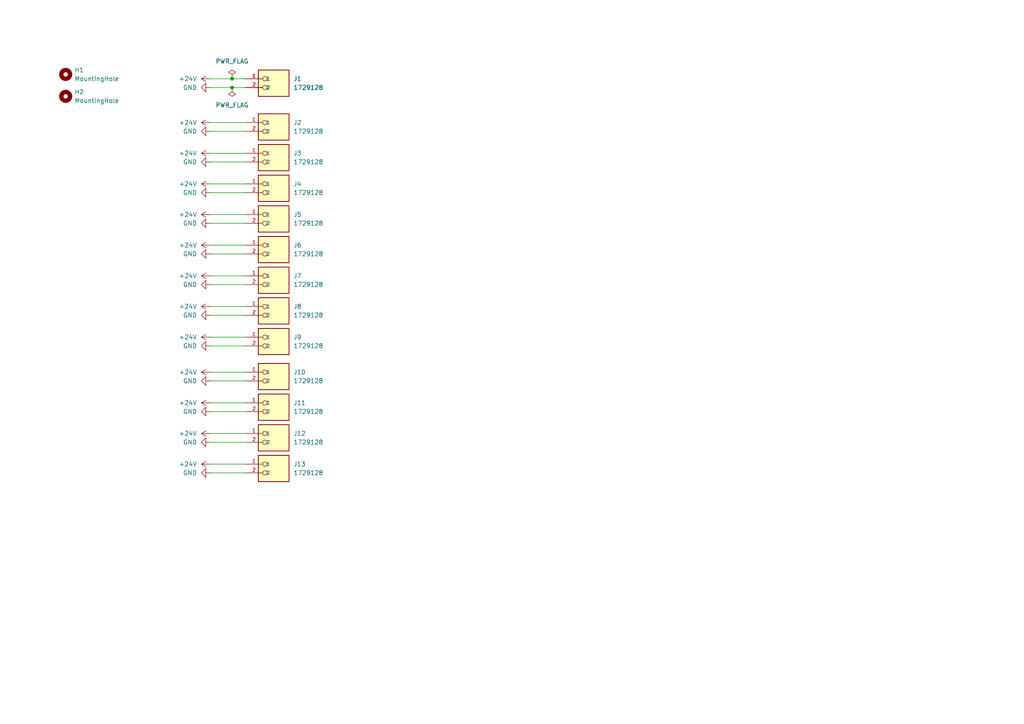
<source format=kicad_sch>
(kicad_sch (version 20250114) (generator "eeschema") (generator_version "9.0")
  (paper "A4")
  (lib_symbols
    (symbol "1729128:1729128" (pin_names (offset 1.016))
      (property "Reference" "J" (at -2.54 3.302 0))
      (property "Value" "1729128" (at -2.54 -7.62 0))
      (symbol "1729128_0_0"
        (rectangle (start -3.81 -5.08) (end 5.08 2.54) (stroke (width 0.254)) (fill (type background)))
        (circle (center -1.905 0) (radius 0.635) (stroke (width 0.1524)))
        (circle (center -1.905 -2.54) (radius 0.635) (stroke (width 0.1524)))
        (pin passive line (at -7.62 0 0) (length 5.08) (name "1") (number "1"))
        (pin passive line (at -7.62 -2.54 0) (length 5.08) (name "2") (number "2"))
      )
    )
    (symbol "Mechanical:MountingHole" (pin_names (offset 1.016)) (in_bom no)
      (property "Reference" "H" (at 0 5.08 0))
      (property "Value" "MountingHole" (at 0 3.175 0))
      (symbol "MountingHole_0_1"
        (circle (center 0 0) (radius 1.27) (stroke (width 1.27)))
      )
    )
    (symbol "power:+24V" (power) (pin_numbers (hide yes)) (pin_names (offset 0) (hide yes))
      (property "Value" "+24V" (at 0 3.556 0))
      (symbol "+24V_0_1"
        (polyline (pts (xy -0.762 1.27) (xy 0 2.54)))
        (polyline (pts (xy 0 2.54) (xy 0.762 1.27)))
        (polyline (pts (xy 0 0) (xy 0 2.54)))
      )
      (symbol "+24V_1_1"
        (pin power_in line (at 0 0 90) (length 0) (name "~") (number "1"))
      )
    )
    (symbol "power:GND" (power) (pin_numbers (hide yes)) (pin_names (offset 0) (hide yes))
      (property "Value" "GND" (at 0 -3.81 0))
      (symbol "GND_0_1"
        (polyline (pts (xy 0 0) (xy 0 -1.27) (xy 1.27 -1.27) (xy 0 -2.54) (xy -1.27 -1.27) (xy 0 -1.27)))
      )
      (symbol "GND_1_1"
        (pin power_in line (at 0 0 270) (length 0) (name "~") (number "1"))
      )
    )
    (symbol "power:PWR_FLAG" (power) (pin_numbers (hide yes)) (pin_names (offset 0) (hide yes))
      (property "Value" "PWR_FLAG" (at 0 3.81 0))
      (symbol "PWR_FLAG_0_0"
        (pin power_out line (at 0 0 90) (length 0) (name "~") (number "1"))
      )
      (symbol "PWR_FLAG_0_1"
        (polyline (pts (xy 0 0) (xy 0 1.27) (xy -1.016 1.905) (xy 0 2.54) (xy 1.016 1.905) (xy 0 1.27)))
      )
    )
  )
  (junction (at 67.31 25.4))
  (junction (at 67.31 22.86))
  (wire (pts (xy 60.96 80.01) (xy 71.12 80.01)))
  (wire (pts (xy 60.96 107.95) (xy 71.12 107.95)))
  (wire (pts (xy 60.96 82.55) (xy 71.12 82.55)))
  (wire (pts (xy 60.96 73.66) (xy 71.12 73.66)))
  (wire (pts (xy 60.96 53.34) (xy 71.12 53.34)))
  (wire (pts (xy 60.96 62.23) (xy 71.12 62.23)))
  (wire (pts (xy 60.96 35.56) (xy 71.12 35.56)))
  (wire (pts (xy 67.31 22.86) (xy 71.12 22.86)))
  (wire (pts (xy 60.96 134.62) (xy 71.12 134.62)))
  (wire (pts (xy 60.96 55.88) (xy 71.12 55.88)))
  (wire (pts (xy 60.96 137.16) (xy 71.12 137.16)))
  (wire (pts (xy 60.96 22.86) (xy 67.31 22.86)))
  (wire (pts (xy 60.96 71.12) (xy 71.12 71.12)))
  (wire (pts (xy 60.96 110.49) (xy 71.12 110.49)))
  (wire (pts (xy 60.96 119.38) (xy 71.12 119.38)))
  (wire (pts (xy 60.96 25.4) (xy 67.31 25.4)))
  (wire (pts (xy 60.96 91.44) (xy 71.12 91.44)))
  (wire (pts (xy 60.96 116.84) (xy 71.12 116.84)))
  (wire (pts (xy 60.96 125.73) (xy 71.12 125.73)))
  (wire (pts (xy 60.96 88.9) (xy 71.12 88.9)))
  (wire (pts (xy 60.96 100.33) (xy 71.12 100.33)))
  (wire (pts (xy 60.96 38.1) (xy 71.12 38.1)))
  (wire (pts (xy 60.96 44.45) (xy 71.12 44.45)))
  (wire (pts (xy 60.96 128.27) (xy 71.12 128.27)))
  (wire (pts (xy 67.31 25.4) (xy 71.12 25.4)))
  (wire (pts (xy 60.96 64.77) (xy 71.12 64.77)))
  (wire (pts (xy 60.96 46.99) (xy 71.12 46.99)))
  (wire (pts (xy 60.96 97.79) (xy 71.12 97.79)))
  (symbol (lib_id "Mechanical:MountingHole") (at 19.05 21.59 0) (unit 1) (in_bom no)
    (property "Reference" "H1" (at 21.59 20.3199 0) (effects (justify left)))
    (property "Value" "MountingHole" (at 21.59 22.8599 0) (effects (justify left)))
    (property "Footprint" "MountingHole:MountingHole_2.5mm" (effects (hide yes)))
    (property "Description" "Mounting Hole without connection" (effects (hide yes)))
  )
  (symbol (lib_id "1729128:1729128") (at 78.74 134.62 0) (unit 1)
    (property "Reference" "J13" (at 85.09 134.6199 0) (effects (justify left)))
    (property "Value" "1729128" (at 85.09 137.1599 0) (effects (justify left)))
    (property "Footprint" "1729128:PHOENIX_1729128" (effects (hide yes)))
    (property "Datasheet" "https://www.digikey.com/en/products/detail/phoenix-contact/1729128/260615?gclsrc=aw.ds&gad_source=1&gad_campaignid=20509824236&gbraid=0AAAAADrbLljpOyS5MWhTb0O68MiXsMYY5&gclid=CjwKCAiAs4HMBhBJEiwACrfNZeAgSHKYa8Jup02M46M_CXaSbc5gWn3rTZxkL_hCl4RavzfX6t7F5hoCBRwQAvD_BwE" (effects (hide yes)))
    (property "PARTREV" "28.07.2023" (effects (hide yes)))
    (property "MANUFACTURER" "Phoenix Contact" (effects (hide yes)))
    (property "MAXIMUM_PACKAGE_HEIGHT" "10.15mm" (effects (hide yes)))
    (property "STANDARD" "Manufacturer Recommendations" (effects (hide yes)))
  )
  (symbol (lib_id "power:GND") (at 60.96 82.55 270) (unit 1)
    (property "Reference" "#PWR014" (effects (hide yes)))
    (property "Value" "GND" (at 57.15 82.5499 90) (effects (justify right)))
    (property "Description" "Power symbol creates a global label with name \"GND\" , ground" (effects (hide yes)))
  )
  (symbol (lib_id "power:+24V") (at 60.96 107.95 90) (unit 1)
    (property "Reference" "#PWR019" (effects (hide yes)))
    (property "Value" "+24V" (at 57.15 107.9499 90) (effects (justify left)))
    (property "Description" "Power symbol creates a global label with name \"+24V\"" (effects (hide yes)))
  )
  (symbol (lib_id "power:+24V") (at 60.96 53.34 90) (unit 1)
    (property "Reference" "#PWR07" (effects (hide yes)))
    (property "Value" "+24V" (at 57.15 53.3399 90) (effects (justify left)))
    (property "Description" "Power symbol creates a global label with name \"+24V\"" (effects (hide yes)))
  )
  (symbol (lib_id "power:+24V") (at 60.96 125.73 90) (unit 1)
    (property "Reference" "#PWR023" (effects (hide yes)))
    (property "Value" "+24V" (at 57.15 125.7299 90) (effects (justify left)))
    (property "Description" "Power symbol creates a global label with name \"+24V\"" (effects (hide yes)))
  )
  (symbol (lib_id "power:PWR_FLAG") (at 67.31 22.86 0) (unit 1)
    (property "Reference" "#FLG02" (effects (hide yes)))
    (property "Value" "PWR_FLAG" (at 67.31 17.78 0))
    (property "Description" "Special symbol for telling ERC where power comes from" (effects (hide yes)))
  )
  (symbol (lib_id "power:GND") (at 60.96 25.4 270) (unit 1)
    (property "Reference" "#PWR02" (effects (hide yes)))
    (property "Value" "GND" (at 57.15 25.3999 90) (effects (justify right)))
    (property "Description" "Power symbol creates a global label with name \"GND\" , ground" (effects (hide yes)))
  )
  (symbol (lib_id "power:+24V") (at 60.96 35.56 90) (unit 1)
    (property "Reference" "#PWR03" (effects (hide yes)))
    (property "Value" "+24V" (at 57.15 35.5599 90) (effects (justify left)))
    (property "Description" "Power symbol creates a global label with name \"+24V\"" (effects (hide yes)))
  )
  (symbol (lib_id "power:+24V") (at 60.96 116.84 90) (unit 1)
    (property "Reference" "#PWR021" (effects (hide yes)))
    (property "Value" "+24V" (at 57.15 116.8399 90) (effects (justify left)))
    (property "Description" "Power symbol creates a global label with name \"+24V\"" (effects (hide yes)))
  )
  (symbol (lib_id "1729128:1729128") (at 78.74 88.9 0) (unit 1)
    (property "Reference" "J8" (at 85.09 88.8999 0) (effects (justify left)))
    (property "Value" "1729128" (at 85.09 91.4399 0) (effects (justify left)))
    (property "Footprint" "1729128:PHOENIX_1729128" (effects (hide yes)))
    (property "Datasheet" "https://www.digikey.com/en/products/detail/phoenix-contact/1729128/260615?gclsrc=aw.ds&gad_source=1&gad_campaignid=20509824236&gbraid=0AAAAADrbLljpOyS5MWhTb0O68MiXsMYY5&gclid=CjwKCAiAs4HMBhBJEiwACrfNZeAgSHKYa8Jup02M46M_CXaSbc5gWn3rTZxkL_hCl4RavzfX6t7F5hoCBRwQAvD_BwE" (effects (hide yes)))
    (property "PARTREV" "28.07.2023" (effects (hide yes)))
    (property "MANUFACTURER" "Phoenix Contact" (effects (hide yes)))
    (property "MAXIMUM_PACKAGE_HEIGHT" "10.15mm" (effects (hide yes)))
    (property "STANDARD" "Manufacturer Recommendations" (effects (hide yes)))
  )
  (symbol (lib_id "power:GND") (at 60.96 46.99 270) (unit 1)
    (property "Reference" "#PWR06" (effects (hide yes)))
    (property "Value" "GND" (at 57.15 46.9899 90) (effects (justify right)))
    (property "Description" "Power symbol creates a global label with name \"GND\" , ground" (effects (hide yes)))
  )
  (symbol (lib_id "power:+24V") (at 60.96 22.86 90) (unit 1)
    (property "Reference" "#PWR01" (effects (hide yes)))
    (property "Value" "+24V" (at 57.15 22.8599 90) (effects (justify left)))
    (property "Description" "Power symbol creates a global label with name \"+24V\"" (effects (hide yes)))
  )
  (symbol (lib_id "power:GND") (at 60.96 38.1 270) (unit 1)
    (property "Reference" "#PWR04" (effects (hide yes)))
    (property "Value" "GND" (at 57.15 38.0999 90) (effects (justify right)))
    (property "Description" "Power symbol creates a global label with name \"GND\" , ground" (effects (hide yes)))
  )
  (symbol (lib_id "power:GND") (at 60.96 110.49 270) (unit 1)
    (property "Reference" "#PWR020" (effects (hide yes)))
    (property "Value" "GND" (at 57.15 110.4899 90) (effects (justify right)))
    (property "Description" "Power symbol creates a global label with name \"GND\" , ground" (effects (hide yes)))
  )
  (symbol (lib_id "1729128:1729128") (at 78.74 35.56 0) (unit 1)
    (property "Reference" "J2" (at 85.09 35.5599 0) (effects (justify left)))
    (property "Value" "1729128" (at 85.09 38.0999 0) (effects (justify left)))
    (property "Footprint" "1729128:PHOENIX_1729128" (effects (hide yes)))
    (property "Datasheet" "https://www.digikey.com/en/products/detail/phoenix-contact/1729128/260615?gclsrc=aw.ds&gad_source=1&gad_campaignid=20509824236&gbraid=0AAAAADrbLljpOyS5MWhTb0O68MiXsMYY5&gclid=CjwKCAiAs4HMBhBJEiwACrfNZeAgSHKYa8Jup02M46M_CXaSbc5gWn3rTZxkL_hCl4RavzfX6t7F5hoCBRwQAvD_BwE" (effects (hide yes)))
    (property "PARTREV" "28.07.2023" (effects (hide yes)))
    (property "MANUFACTURER" "Phoenix Contact" (effects (hide yes)))
    (property "MAXIMUM_PACKAGE_HEIGHT" "10.15mm" (effects (hide yes)))
    (property "STANDARD" "Manufacturer Recommendations" (effects (hide yes)))
  )
  (symbol (lib_id "power:GND") (at 60.96 119.38 270) (unit 1)
    (property "Reference" "#PWR022" (effects (hide yes)))
    (property "Value" "GND" (at 57.15 119.3799 90) (effects (justify right)))
    (property "Description" "Power symbol creates a global label with name \"GND\" , ground" (effects (hide yes)))
  )
  (symbol (lib_id "power:+24V") (at 60.96 134.62 90) (unit 1)
    (property "Reference" "#PWR025" (effects (hide yes)))
    (property "Value" "+24V" (at 57.15 134.6199 90) (effects (justify left)))
    (property "Description" "Power symbol creates a global label with name \"+24V\"" (effects (hide yes)))
  )
  (symbol (lib_id "1729128:1729128") (at 78.74 97.79 0) (unit 1)
    (property "Reference" "J9" (at 85.09 97.7899 0) (effects (justify left)))
    (property "Value" "1729128" (at 85.09 100.3299 0) (effects (justify left)))
    (property "Footprint" "1729128:PHOENIX_1729128" (effects (hide yes)))
    (property "Datasheet" "https://www.digikey.com/en/products/detail/phoenix-contact/1729128/260615?gclsrc=aw.ds&gad_source=1&gad_campaignid=20509824236&gbraid=0AAAAADrbLljpOyS5MWhTb0O68MiXsMYY5&gclid=CjwKCAiAs4HMBhBJEiwACrfNZeAgSHKYa8Jup02M46M_CXaSbc5gWn3rTZxkL_hCl4RavzfX6t7F5hoCBRwQAvD_BwE" (effects (hide yes)))
    (property "PARTREV" "28.07.2023" (effects (hide yes)))
    (property "MANUFACTURER" "Phoenix Contact" (effects (hide yes)))
    (property "MAXIMUM_PACKAGE_HEIGHT" "10.15mm" (effects (hide yes)))
    (property "STANDARD" "Manufacturer Recommendations" (effects (hide yes)))
  )
  (symbol (lib_id "Mechanical:MountingHole") (at 19.05 27.94 0) (unit 1) (in_bom no)
    (property "Reference" "H2" (at 21.59 26.6699 0) (effects (justify left)))
    (property "Value" "MountingHole" (at 21.59 29.2099 0) (effects (justify left)))
    (property "Footprint" "MountingHole:MountingHole_2.5mm" (effects (hide yes)))
    (property "Description" "Mounting Hole without connection" (effects (hide yes)))
  )
  (symbol (lib_id "power:+24V") (at 60.96 80.01 90) (unit 1)
    (property "Reference" "#PWR013" (effects (hide yes)))
    (property "Value" "+24V" (at 57.15 80.0099 90) (effects (justify left)))
    (property "Description" "Power symbol creates a global label with name \"+24V\"" (effects (hide yes)))
  )
  (symbol (lib_id "power:PWR_FLAG") (at 67.31 25.4 180) (unit 1)
    (property "Reference" "#FLG01" (effects (hide yes)))
    (property "Value" "PWR_FLAG" (at 67.31 30.48 0))
    (property "Description" "Special symbol for telling ERC where power comes from" (effects (hide yes)))
  )
  (symbol (lib_id "power:+24V") (at 60.96 44.45 90) (unit 1)
    (property "Reference" "#PWR05" (effects (hide yes)))
    (property "Value" "+24V" (at 57.15 44.4499 90) (effects (justify left)))
    (property "Description" "Power symbol creates a global label with name \"+24V\"" (effects (hide yes)))
  )
  (symbol (lib_id "power:GND") (at 60.96 100.33 270) (unit 1)
    (property "Reference" "#PWR018" (effects (hide yes)))
    (property "Value" "GND" (at 57.15 100.3299 90) (effects (justify right)))
    (property "Description" "Power symbol creates a global label with name \"GND\" , ground" (effects (hide yes)))
  )
  (symbol (lib_id "power:GND") (at 60.96 64.77 270) (unit 1)
    (property "Reference" "#PWR010" (effects (hide yes)))
    (property "Value" "GND" (at 57.15 64.7699 90) (effects (justify right)))
    (property "Description" "Power symbol creates a global label with name \"GND\" , ground" (effects (hide yes)))
  )
  (symbol (lib_id "1729128:1729128") (at 78.74 107.95 0) (unit 1)
    (property "Reference" "J10" (at 85.09 107.9499 0) (effects (justify left)))
    (property "Value" "1729128" (at 85.09 110.4899 0) (effects (justify left)))
    (property "Footprint" "1729128:PHOENIX_1729128" (effects (hide yes)))
    (property "Datasheet" "https://www.digikey.com/en/products/detail/phoenix-contact/1729128/260615?gclsrc=aw.ds&gad_source=1&gad_campaignid=20509824236&gbraid=0AAAAADrbLljpOyS5MWhTb0O68MiXsMYY5&gclid=CjwKCAiAs4HMBhBJEiwACrfNZeAgSHKYa8Jup02M46M_CXaSbc5gWn3rTZxkL_hCl4RavzfX6t7F5hoCBRwQAvD_BwE" (effects (hide yes)))
    (property "PARTREV" "28.07.2023" (effects (hide yes)))
    (property "MANUFACTURER" "Phoenix Contact" (effects (hide yes)))
    (property "MAXIMUM_PACKAGE_HEIGHT" "10.15mm" (effects (hide yes)))
    (property "STANDARD" "Manufacturer Recommendations" (effects (hide yes)))
  )
  (symbol (lib_id "1729128:1729128") (at 78.74 80.01 0) (unit 1)
    (property "Reference" "J7" (at 85.09 80.0099 0) (effects (justify left)))
    (property "Value" "1729128" (at 85.09 82.5499 0) (effects (justify left)))
    (property "Footprint" "1729128:PHOENIX_1729128" (effects (hide yes)))
    (property "Datasheet" "https://www.digikey.com/en/products/detail/phoenix-contact/1729128/260615?gclsrc=aw.ds&gad_source=1&gad_campaignid=20509824236&gbraid=0AAAAADrbLljpOyS5MWhTb0O68MiXsMYY5&gclid=CjwKCAiAs4HMBhBJEiwACrfNZeAgSHKYa8Jup02M46M_CXaSbc5gWn3rTZxkL_hCl4RavzfX6t7F5hoCBRwQAvD_BwE" (effects (hide yes)))
    (property "PARTREV" "28.07.2023" (effects (hide yes)))
    (property "MANUFACTURER" "Phoenix Contact" (effects (hide yes)))
    (property "MAXIMUM_PACKAGE_HEIGHT" "10.15mm" (effects (hide yes)))
    (property "STANDARD" "Manufacturer Recommendations" (effects (hide yes)))
  )
  (symbol (lib_id "power:+24V") (at 60.96 88.9 90) (unit 1)
    (property "Reference" "#PWR015" (effects (hide yes)))
    (property "Value" "+24V" (at 57.15 88.8999 90) (effects (justify left)))
    (property "Description" "Power symbol creates a global label with name \"+24V\"" (effects (hide yes)))
  )
  (symbol (lib_id "1729128:1729128") (at 78.74 71.12 0) (unit 1)
    (property "Reference" "J6" (at 85.09 71.1199 0) (effects (justify left)))
    (property "Value" "1729128" (at 85.09 73.6599 0) (effects (justify left)))
    (property "Footprint" "1729128:PHOENIX_1729128" (effects (hide yes)))
    (property "Datasheet" "https://www.digikey.com/en/products/detail/phoenix-contact/1729128/260615?gclsrc=aw.ds&gad_source=1&gad_campaignid=20509824236&gbraid=0AAAAADrbLljpOyS5MWhTb0O68MiXsMYY5&gclid=CjwKCAiAs4HMBhBJEiwACrfNZeAgSHKYa8Jup02M46M_CXaSbc5gWn3rTZxkL_hCl4RavzfX6t7F5hoCBRwQAvD_BwE" (effects (hide yes)))
    (property "PARTREV" "28.07.2023" (effects (hide yes)))
    (property "MANUFACTURER" "Phoenix Contact" (effects (hide yes)))
    (property "MAXIMUM_PACKAGE_HEIGHT" "10.15mm" (effects (hide yes)))
    (property "STANDARD" "Manufacturer Recommendations" (effects (hide yes)))
  )
  (symbol (lib_id "1729128:1729128") (at 78.74 22.86 0) (unit 1)
    (property "Reference" "J1" (at 85.09 22.8599 0) (effects (justify left)))
    (property "Value" "1729128" (at 85.09 25.3999 0) (effects (justify left)))
    (property "Footprint" "1729128:PHOENIX_1729128" (effects (hide yes)))
    (property "Datasheet" "https://www.digikey.com/en/products/detail/phoenix-contact/1729128/260615?gclsrc=aw.ds&gad_source=1&gad_campaignid=20509824236&gbraid=0AAAAADrbLljpOyS5MWhTb0O68MiXsMYY5&gclid=CjwKCAiAs4HMBhBJEiwACrfNZeAgSHKYa8Jup02M46M_CXaSbc5gWn3rTZxkL_hCl4RavzfX6t7F5hoCBRwQAvD_BwE" (effects (hide yes)))
    (property "PARTREV" "28.07.2023" (effects (hide yes)))
    (property "MANUFACTURER" "Phoenix Contact" (effects (hide yes)))
    (property "MAXIMUM_PACKAGE_HEIGHT" "10.15mm" (effects (hide yes)))
    (property "STANDARD" "Manufacturer Recommendations" (effects (hide yes)))
  )
  (symbol (lib_id "1729128:1729128") (at 78.74 125.73 0) (unit 1)
    (property "Reference" "J12" (at 85.09 125.7299 0) (effects (justify left)))
    (property "Value" "1729128" (at 85.09 128.2699 0) (effects (justify left)))
    (property "Footprint" "1729128:PHOENIX_1729128" (effects (hide yes)))
    (property "Datasheet" "https://www.digikey.com/en/products/detail/phoenix-contact/1729128/260615?gclsrc=aw.ds&gad_source=1&gad_campaignid=20509824236&gbraid=0AAAAADrbLljpOyS5MWhTb0O68MiXsMYY5&gclid=CjwKCAiAs4HMBhBJEiwACrfNZeAgSHKYa8Jup02M46M_CXaSbc5gWn3rTZxkL_hCl4RavzfX6t7F5hoCBRwQAvD_BwE" (effects (hide yes)))
    (property "PARTREV" "28.07.2023" (effects (hide yes)))
    (property "MANUFACTURER" "Phoenix Contact" (effects (hide yes)))
    (property "MAXIMUM_PACKAGE_HEIGHT" "10.15mm" (effects (hide yes)))
    (property "STANDARD" "Manufacturer Recommendations" (effects (hide yes)))
  )
  (symbol (lib_id "power:GND") (at 60.96 55.88 270) (unit 1)
    (property "Reference" "#PWR08" (effects (hide yes)))
    (property "Value" "GND" (at 57.15 55.8799 90) (effects (justify right)))
    (property "Description" "Power symbol creates a global label with name \"GND\" , ground" (effects (hide yes)))
  )
  (symbol (lib_id "power:GND") (at 60.96 73.66 270) (unit 1)
    (property "Reference" "#PWR012" (effects (hide yes)))
    (property "Value" "GND" (at 57.15 73.6599 90) (effects (justify right)))
    (property "Description" "Power symbol creates a global label with name \"GND\" , ground" (effects (hide yes)))
  )
  (symbol (lib_id "1729128:1729128") (at 78.74 44.45 0) (unit 1)
    (property "Reference" "J3" (at 85.09 44.4499 0) (effects (justify left)))
    (property "Value" "1729128" (at 85.09 46.9899 0) (effects (justify left)))
    (property "Footprint" "1729128:PHOENIX_1729128" (effects (hide yes)))
    (property "Datasheet" "https://www.digikey.com/en/products/detail/phoenix-contact/1729128/260615?gclsrc=aw.ds&gad_source=1&gad_campaignid=20509824236&gbraid=0AAAAADrbLljpOyS5MWhTb0O68MiXsMYY5&gclid=CjwKCAiAs4HMBhBJEiwACrfNZeAgSHKYa8Jup02M46M_CXaSbc5gWn3rTZxkL_hCl4RavzfX6t7F5hoCBRwQAvD_BwE" (effects (hide yes)))
    (property "PARTREV" "28.07.2023" (effects (hide yes)))
    (property "MANUFACTURER" "Phoenix Contact" (effects (hide yes)))
    (property "MAXIMUM_PACKAGE_HEIGHT" "10.15mm" (effects (hide yes)))
    (property "STANDARD" "Manufacturer Recommendations" (effects (hide yes)))
  )
  (symbol (lib_id "1729128:1729128") (at 78.74 62.23 0) (unit 1)
    (property "Reference" "J5" (at 85.09 62.2299 0) (effects (justify left)))
    (property "Value" "1729128" (at 85.09 64.7699 0) (effects (justify left)))
    (property "Footprint" "1729128:PHOENIX_1729128" (effects (hide yes)))
    (property "Datasheet" "https://www.digikey.com/en/products/detail/phoenix-contact/1729128/260615?gclsrc=aw.ds&gad_source=1&gad_campaignid=20509824236&gbraid=0AAAAADrbLljpOyS5MWhTb0O68MiXsMYY5&gclid=CjwKCAiAs4HMBhBJEiwACrfNZeAgSHKYa8Jup02M46M_CXaSbc5gWn3rTZxkL_hCl4RavzfX6t7F5hoCBRwQAvD_BwE" (effects (hide yes)))
    (property "PARTREV" "28.07.2023" (effects (hide yes)))
    (property "MANUFACTURER" "Phoenix Contact" (effects (hide yes)))
    (property "MAXIMUM_PACKAGE_HEIGHT" "10.15mm" (effects (hide yes)))
    (property "STANDARD" "Manufacturer Recommendations" (effects (hide yes)))
  )
  (symbol (lib_id "power:GND") (at 60.96 137.16 270) (unit 1)
    (property "Reference" "#PWR026" (effects (hide yes)))
    (property "Value" "GND" (at 57.15 137.1599 90) (effects (justify right)))
    (property "Description" "Power symbol creates a global label with name \"GND\" , ground" (effects (hide yes)))
  )
  (symbol (lib_id "power:+24V") (at 60.96 97.79 90) (unit 1)
    (property "Reference" "#PWR017" (effects (hide yes)))
    (property "Value" "+24V" (at 57.15 97.7899 90) (effects (justify left)))
    (property "Description" "Power symbol creates a global label with name \"+24V\"" (effects (hide yes)))
  )
  (symbol (lib_id "1729128:1729128") (at 78.74 53.34 0) (unit 1)
    (property "Reference" "J4" (at 85.09 53.3399 0) (effects (justify left)))
    (property "Value" "1729128" (at 85.09 55.8799 0) (effects (justify left)))
    (property "Footprint" "1729128:PHOENIX_1729128" (effects (hide yes)))
    (property "Datasheet" "https://www.digikey.com/en/products/detail/phoenix-contact/1729128/260615?gclsrc=aw.ds&gad_source=1&gad_campaignid=20509824236&gbraid=0AAAAADrbLljpOyS5MWhTb0O68MiXsMYY5&gclid=CjwKCAiAs4HMBhBJEiwACrfNZeAgSHKYa8Jup02M46M_CXaSbc5gWn3rTZxkL_hCl4RavzfX6t7F5hoCBRwQAvD_BwE" (effects (hide yes)))
    (property "PARTREV" "28.07.2023" (effects (hide yes)))
    (property "MANUFACTURER" "Phoenix Contact" (effects (hide yes)))
    (property "MAXIMUM_PACKAGE_HEIGHT" "10.15mm" (effects (hide yes)))
    (property "STANDARD" "Manufacturer Recommendations" (effects (hide yes)))
  )
  (symbol (lib_id "power:GND") (at 60.96 128.27 270) (unit 1)
    (property "Reference" "#PWR024" (effects (hide yes)))
    (property "Value" "GND" (at 57.15 128.2699 90) (effects (justify right)))
    (property "Description" "Power symbol creates a global label with name \"GND\" , ground" (effects (hide yes)))
  )
  (symbol (lib_id "power:+24V") (at 60.96 62.23 90) (unit 1)
    (property "Reference" "#PWR09" (effects (hide yes)))
    (property "Value" "+24V" (at 57.15 62.2299 90) (effects (justify left)))
    (property "Description" "Power symbol creates a global label with name \"+24V\"" (effects (hide yes)))
  )
  (symbol (lib_id "1729128:1729128") (at 78.74 116.84 0) (unit 1)
    (property "Reference" "J11" (at 85.09 116.8399 0) (effects (justify left)))
    (property "Value" "1729128" (at 85.09 119.3799 0) (effects (justify left)))
    (property "Footprint" "1729128:PHOENIX_1729128" (effects (hide yes)))
    (property "Datasheet" "https://www.digikey.com/en/products/detail/phoenix-contact/1729128/260615?gclsrc=aw.ds&gad_source=1&gad_campaignid=20509824236&gbraid=0AAAAADrbLljpOyS5MWhTb0O68MiXsMYY5&gclid=CjwKCAiAs4HMBhBJEiwACrfNZeAgSHKYa8Jup02M46M_CXaSbc5gWn3rTZxkL_hCl4RavzfX6t7F5hoCBRwQAvD_BwE" (effects (hide yes)))
    (property "PARTREV" "28.07.2023" (effects (hide yes)))
    (property "MANUFACTURER" "Phoenix Contact" (effects (hide yes)))
    (property "MAXIMUM_PACKAGE_HEIGHT" "10.15mm" (effects (hide yes)))
    (property "STANDARD" "Manufacturer Recommendations" (effects (hide yes)))
  )
  (symbol (lib_id "power:GND") (at 60.96 91.44 270) (unit 1)
    (property "Reference" "#PWR016" (effects (hide yes)))
    (property "Value" "GND" (at 57.15 91.4399 90) (effects (justify right)))
    (property "Description" "Power symbol creates a global label with name \"GND\" , ground" (effects (hide yes)))
  )
  (symbol (lib_id "power:+24V") (at 60.96 71.12 90) (unit 1)
    (property "Reference" "#PWR011" (effects (hide yes)))
    (property "Value" "+24V" (at 57.15 71.1199 90) (effects (justify left)))
    (property "Description" "Power symbol creates a global label with name \"+24V\"" (effects (hide yes)))
  )
)
</source>
